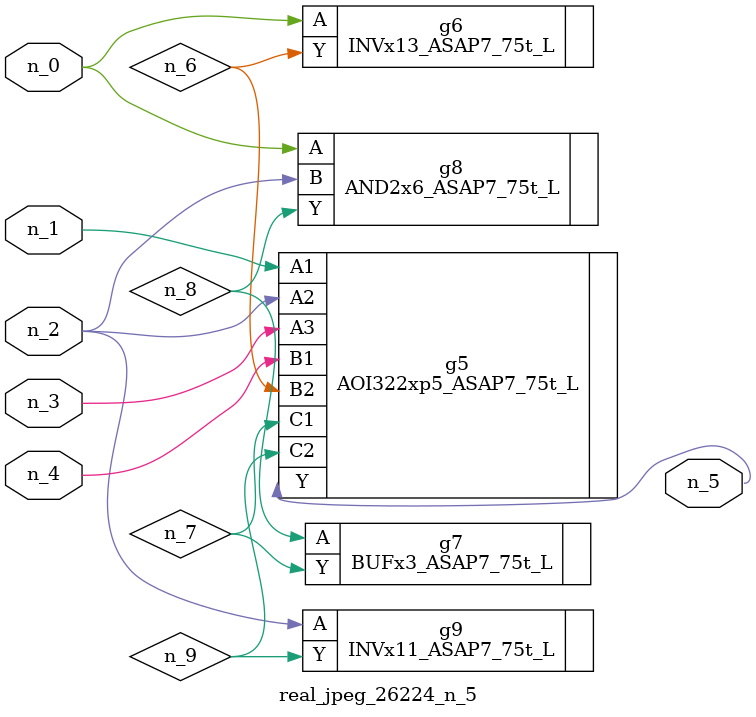
<source format=v>
module real_jpeg_26224_n_5 (n_4, n_0, n_1, n_2, n_3, n_5);

input n_4;
input n_0;
input n_1;
input n_2;
input n_3;

output n_5;

wire n_8;
wire n_6;
wire n_7;
wire n_9;

INVx13_ASAP7_75t_L g6 ( 
.A(n_0),
.Y(n_6)
);

AND2x6_ASAP7_75t_L g8 ( 
.A(n_0),
.B(n_2),
.Y(n_8)
);

AOI322xp5_ASAP7_75t_L g5 ( 
.A1(n_1),
.A2(n_2),
.A3(n_3),
.B1(n_4),
.B2(n_6),
.C1(n_7),
.C2(n_9),
.Y(n_5)
);

INVx11_ASAP7_75t_L g9 ( 
.A(n_2),
.Y(n_9)
);

BUFx3_ASAP7_75t_L g7 ( 
.A(n_8),
.Y(n_7)
);


endmodule
</source>
